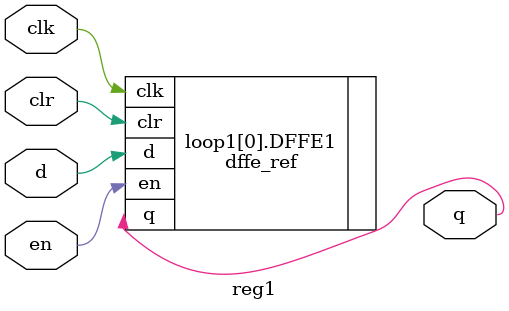
<source format=v>

module reg1(q, d, clk, en, clr); 
   //Inputs
   input d;
   input clk, en, clr;
   wire temp;
   output q;

   genvar i; 
	generate 
		for(i=0; i<1; i=i+1) begin: loop1 
			dffe_ref DFFE1(.q(q), .d(d), .clk(clk), .en(en), .clr(clr)); 
		end 
	endgenerate  

endmodule
</source>
